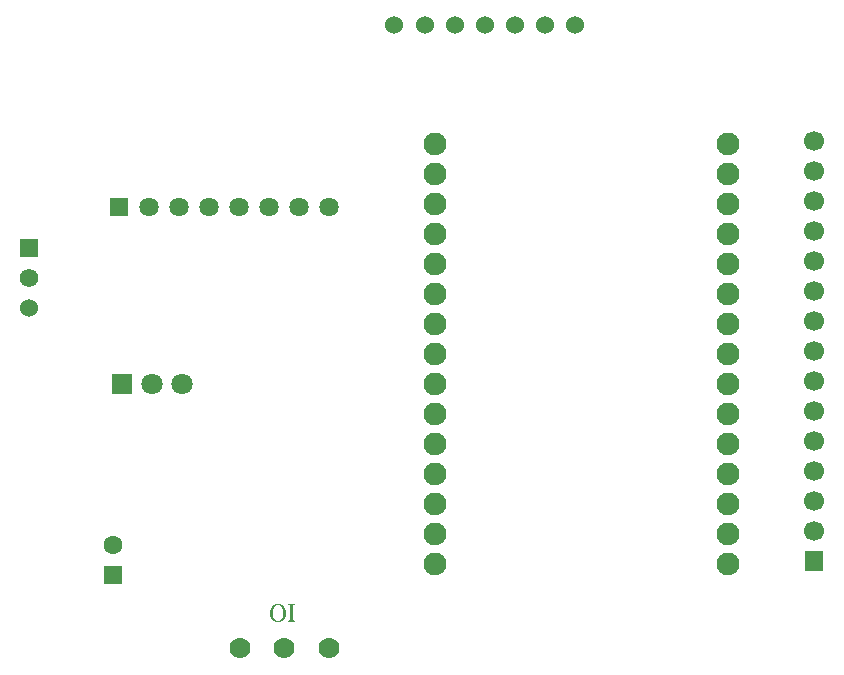
<source format=gtl>
G04 Layer: TopLayer*
G04 EasyEDA v6.5.42, 2024-04-05 23:01:38*
G04 9a974a588d324e8b8ed75c96a1a2608a,45826c4407594220944428adbfc87ba6,10*
G04 Gerber Generator version 0.2*
G04 Scale: 100 percent, Rotated: No, Reflected: No *
G04 Dimensions in millimeters *
G04 leading zeros omitted , absolute positions ,4 integer and 5 decimal *
%FSLAX45Y45*%
%MOMM*%

%ADD10C,1.9304*%
%ADD11C,1.7000*%
%ADD12R,1.5748X1.7000*%
%ADD13R,1.6332X1.6332*%
%ADD14C,1.6332*%
%ADD15C,1.5240*%
%ADD16R,1.8000X1.8000*%
%ADD17C,1.8000*%
%ADD18R,1.5748X1.5748*%
%ADD19C,1.5748*%
%ADD20R,1.6000X1.6000*%
%ADD21C,1.6000*%
%ADD22C,1.7780*%

%LPD*%
G36*
X4555794Y6055614D02*
G01*
X4550562Y6055360D01*
X4545380Y6054750D01*
X4540300Y6053683D01*
X4535271Y6052210D01*
X4530394Y6050330D01*
X4525670Y6048044D01*
X4521149Y6045352D01*
X4516780Y6042253D01*
X4512665Y6038799D01*
X4508754Y6034989D01*
X4505096Y6030823D01*
X4501743Y6026251D01*
X4498695Y6021324D01*
X4496003Y6016091D01*
X4493666Y6010503D01*
X4491685Y6004560D01*
X4490110Y5998311D01*
X4488942Y5991707D01*
X4488230Y5984849D01*
X4487976Y5977636D01*
X4511344Y5977636D01*
X4511497Y5984189D01*
X4512005Y5990691D01*
X4512767Y5997041D01*
X4513935Y6003188D01*
X4515408Y6009132D01*
X4517237Y6014770D01*
X4519422Y6020054D01*
X4521962Y6025032D01*
X4524857Y6029553D01*
X4528108Y6033617D01*
X4531766Y6037224D01*
X4535779Y6040221D01*
X4540199Y6042660D01*
X4544974Y6044438D01*
X4550206Y6045555D01*
X4555794Y6045962D01*
X4561382Y6045555D01*
X4566615Y6044438D01*
X4571441Y6042660D01*
X4575911Y6040221D01*
X4579975Y6037224D01*
X4583633Y6033617D01*
X4586935Y6029553D01*
X4589881Y6025032D01*
X4592472Y6020054D01*
X4594707Y6014770D01*
X4596587Y6009132D01*
X4598111Y6003188D01*
X4599279Y5997041D01*
X4600092Y5990691D01*
X4600600Y5984189D01*
X4600752Y5977636D01*
X4600600Y5971133D01*
X4600092Y5964732D01*
X4599279Y5958433D01*
X4598111Y5952286D01*
X4596587Y5946394D01*
X4594707Y5940806D01*
X4592472Y5935472D01*
X4589881Y5930544D01*
X4586935Y5926023D01*
X4583633Y5921908D01*
X4579975Y5918352D01*
X4575911Y5915304D01*
X4571441Y5912866D01*
X4566615Y5911037D01*
X4561382Y5909919D01*
X4555794Y5909564D01*
X4550206Y5909919D01*
X4544974Y5911037D01*
X4540199Y5912866D01*
X4535779Y5915304D01*
X4531766Y5918352D01*
X4528108Y5921908D01*
X4524857Y5926023D01*
X4521962Y5930544D01*
X4519422Y5935472D01*
X4517237Y5940806D01*
X4515408Y5946394D01*
X4513935Y5952286D01*
X4512767Y5958433D01*
X4512005Y5964732D01*
X4511497Y5971133D01*
X4511344Y5977636D01*
X4487976Y5977636D01*
X4488230Y5970270D01*
X4488942Y5963310D01*
X4490110Y5956655D01*
X4491736Y5950305D01*
X4493717Y5944362D01*
X4496104Y5938774D01*
X4498848Y5933541D01*
X4501896Y5928664D01*
X4505299Y5924143D01*
X4508906Y5919978D01*
X4512868Y5916218D01*
X4516983Y5912866D01*
X4521352Y5909868D01*
X4525924Y5907227D01*
X4530648Y5904992D01*
X4535474Y5903163D01*
X4540453Y5901740D01*
X4545482Y5900724D01*
X4550613Y5900115D01*
X4555794Y5899912D01*
X4560976Y5900115D01*
X4566158Y5900775D01*
X4571238Y5901842D01*
X4576216Y5903315D01*
X4581093Y5905195D01*
X4585868Y5907481D01*
X4590389Y5910173D01*
X4594809Y5913221D01*
X4598974Y5916676D01*
X4602886Y5920486D01*
X4606544Y5924651D01*
X4609947Y5929172D01*
X4612995Y5934100D01*
X4615738Y5939332D01*
X4618126Y5944920D01*
X4620107Y5950813D01*
X4621733Y5957062D01*
X4622901Y5963615D01*
X4623612Y5970473D01*
X4623866Y5977636D01*
X4623612Y5985052D01*
X4622901Y5992164D01*
X4621733Y5998870D01*
X4620158Y6005220D01*
X4618177Y6011214D01*
X4615789Y6016853D01*
X4613046Y6022136D01*
X4609998Y6027013D01*
X4606645Y6031534D01*
X4602988Y6035649D01*
X4599076Y6039408D01*
X4594910Y6042761D01*
X4590542Y6045758D01*
X4585970Y6048349D01*
X4581194Y6050584D01*
X4576318Y6052362D01*
X4571339Y6053785D01*
X4566208Y6054801D01*
X4561027Y6055410D01*
G37*
G36*
X4639360Y6052312D02*
G01*
X4639360Y6044692D01*
X4660188Y6042152D01*
X4660646Y6012789D01*
X4660646Y5950102D01*
X4660188Y5913374D01*
X4639360Y5911088D01*
X4639360Y5903468D01*
X4702098Y5903468D01*
X4702098Y5911088D01*
X4681270Y5913374D01*
X4681067Y5942787D01*
X4681067Y6020358D01*
X4681270Y6042406D01*
X4702098Y6044692D01*
X4702098Y6052312D01*
G37*
D10*
G01*
X8364423Y6395593D03*
G01*
X8364423Y6649593D03*
G01*
X8364423Y6903593D03*
G01*
X8364423Y7157593D03*
G01*
X8364423Y7411593D03*
G01*
X8364423Y7665593D03*
G01*
X8364423Y7919593D03*
G01*
X8364423Y8173593D03*
G01*
X8364423Y8427593D03*
G01*
X8364423Y8681593D03*
G01*
X8364423Y8935593D03*
G01*
X8364423Y9189593D03*
G01*
X8364423Y9443593D03*
G01*
X8364423Y9697593D03*
G01*
X8364423Y9951593D03*
G01*
X5887415Y9951593D03*
G01*
X5887415Y9697593D03*
G01*
X5887415Y9443593D03*
G01*
X5887415Y9189593D03*
G01*
X5887415Y8935593D03*
G01*
X5887415Y8681593D03*
G01*
X5887415Y8427593D03*
G01*
X5887415Y8173593D03*
G01*
X5887415Y7919593D03*
G01*
X5887415Y7665593D03*
G01*
X5887415Y7411593D03*
G01*
X5887415Y7157593D03*
G01*
X5887415Y6903593D03*
G01*
X5887415Y6649593D03*
G01*
X5887415Y6395593D03*
D11*
G01*
X9093200Y9969500D03*
G01*
X9093200Y9715500D03*
G01*
X9093200Y9461500D03*
G01*
X9093200Y9207500D03*
G01*
X9093200Y8953500D03*
G01*
X9093200Y8699500D03*
G01*
X9093200Y8445500D03*
G01*
X9093200Y8191500D03*
G01*
X9093200Y7937500D03*
G01*
X9093200Y7683500D03*
G01*
X9093200Y7429500D03*
G01*
X9093200Y7175500D03*
G01*
X9093200Y6921500D03*
G01*
X9093200Y6667500D03*
D12*
G01*
X9093200Y6413500D03*
D13*
G01*
X3213100Y9410700D03*
D14*
G01*
X3467100Y9410700D03*
G01*
X3721100Y9410700D03*
G01*
X3975100Y9410700D03*
G01*
X4229100Y9410700D03*
G01*
X4483100Y9410700D03*
G01*
X4737100Y9410700D03*
G01*
X4991100Y9410700D03*
D15*
G01*
X5537200Y10953750D03*
G01*
X7073900Y10953750D03*
G01*
X6819900Y10953750D03*
G01*
X6565900Y10953750D03*
G01*
X6311900Y10953750D03*
G01*
X6057900Y10953750D03*
G01*
X5803900Y10953750D03*
D16*
G01*
X3238500Y7912100D03*
D17*
G01*
X3492500Y7912100D03*
G01*
X3746500Y7912100D03*
D18*
G01*
X2451100Y9067800D03*
D19*
G01*
X2451100Y8813800D03*
D15*
G01*
X2451100Y8559800D03*
D20*
G01*
X3162300Y6299200D03*
D21*
G01*
X3162300Y6553200D03*
D22*
G01*
X4990084Y5676900D03*
G01*
X4230115Y5676900D03*
G01*
X4610100Y5676900D03*
M02*

</source>
